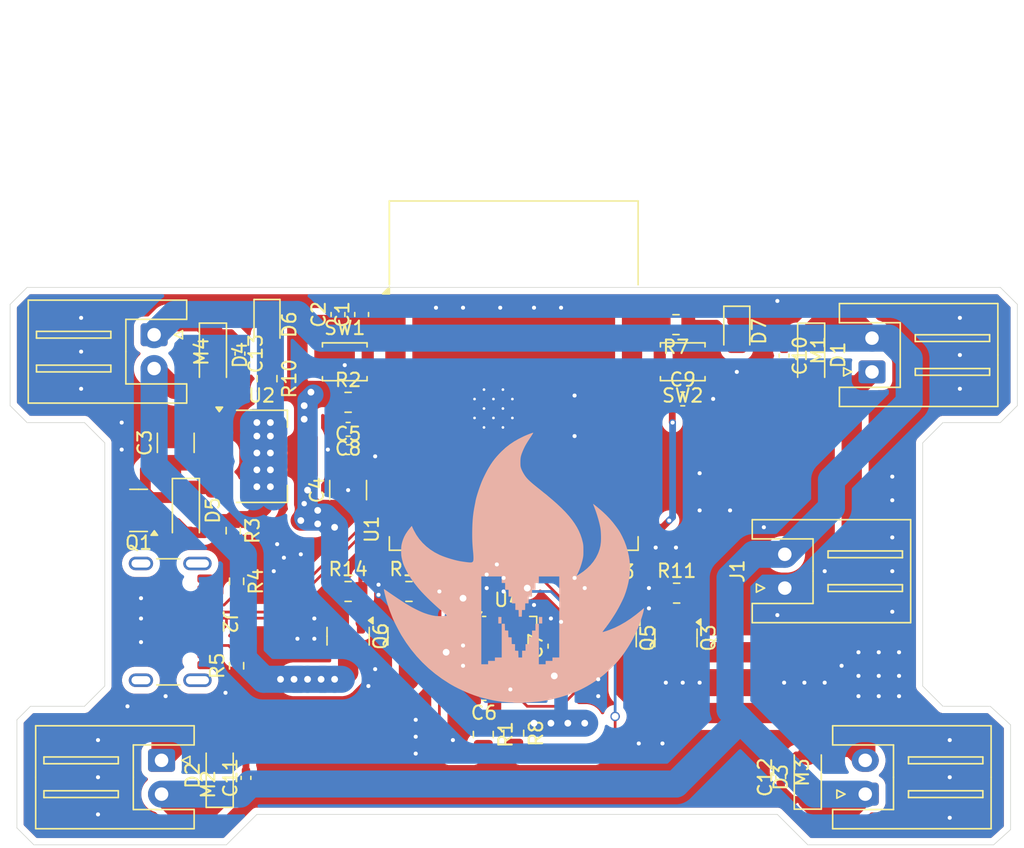
<source format=kicad_pcb>
(kicad_pcb (version 20240108) (generator "pcbnew") (generator_version "8.0")
  (title_block (title "\"Saucey\" Drone Flight Controller") (date "2024-07-07") (rev "1.0") (company "Al Mahir Ahmed"))
  (layers (0 "F.Cu" signal) (31 "B.Cu" signal) (34 "B.Paste" user) (35 "F.Paste" user) (36 "B.SilkS" user "B.Silkscreen") (37 "F.SilkS" user "F.Silkscreen") (38 "B.Mask" user) (39 "F.Mask" user) (44 "Edge.Cuts" user))
  (net 0 "")
  (net 1 "+9V")
  (net 2 "+3.3V")
  (net 3 "ENABLE")
  (net 4 "IO0")
  (net 5 "Net-(D2-A)")
  (net 6 "Net-(D3-A)")
  (net 7 "Net-(D4-A)")
  (net 8 "Net-(D7-A)")
  (net 9 "D+")
  (net 10 "D-")
  (net 11 "Vin")
  (net 12 "Net-(J2-CC1)")
  (net 13 "Net-(J2-CC2)")
  (net 15 "M1")
  (net 16 "M3")
  (net 17 "M2")
  (net 18 "M4")
  (net 20 "TX_ESP")
  (net 32 "RX_ESP")
  (net 45 "SCL")
  (net 46 "INT")
  (net 51 "FSYNC")
  (net 52 "SDA")
  (net 53 "LED1")
  (net 54 "Net-(D1-A)")
  (net 55 "Net-(D6-A)")
  (net 56 "CLKIN")
  (net 70 "VBUS")
  (net 71 "GND")
  (footprint "Resistor_SMD:R_0603_1608Metric" (layer "F.Cu") (at 127.25 61.25 -90)
    (property "Reference" "R3")
    (property "Value" "100k")
  )
  (footprint "Connector_JST:JST_XH_S2B-XH-A_1x02_P2.50mm_Horizontal" (layer "F.Cu") (at 121.95 78.25 -90)
    (property "Reference" "M2")
    (property "Value" "Motor_DC")
  )
  (footprint "Capacitor_SMD:C_0402_1005Metric" (layer "F.Cu") (at 167.75 79.5 90)
    (property "Reference" "C12")
    (property "Value" "1u")
  )
  (footprint "RF_Module:ESP32-S3-WROOM-1" (layer "F.Cu") (at 148 49.75)
    (property "Reference" "U1")
    (property "Value" "ESP32-S3-WROOM-1")
  )
  (footprint "Capacitor_SMD:C_0402_1005Metric" (layer "F.Cu") (at 128.194544 79.544544 90)
    (property "Reference" "C11")
    (property "Value" "1u")
  )
  (footprint "Capacitor_SMD:C_0402_1005Metric" (layer "F.Cu") (at 127.75 48.15 -90)
    (property "Reference" "C13")
    (property "Value" "1u")
  )
  (footprint "Diode_SMD:D_SOD-123" (layer "F.Cu") (at 126.25 79.367767 90)
    (property "Reference" "D2")
    (property "Value" "1N4148W")
  )
  (footprint "Capacitor_SMD:C_0603_1608Metric" (layer "F.Cu") (at 135.75 53.75 180)
    (property "Reference" "C8")
    (property "Value" "0.1u")
  )
  (footprint "Button_Switch_SMD:SW_SPST_B3U-1000P" (layer "F.Cu") (at 160.5 48.75 180)
    (property "Reference" "SW2")
    (property "Value" "SW_Push")
  )
  (footprint "Connector_JST:JST_XH_S2B-XH-A_1x02_P2.50mm_Horizontal" (layer "F.Cu") (at 168.05 65.5 90)
    (property "Reference" "J1")
    (property "Value" "Conn_01x02_Socket")
  )
  (footprint "Connector_JST:JST_XH_S2B-XH-A_1x02_P2.50mm_Horizontal" (layer "F.Cu") (at 121.4 46.75 -90)
    (property "Reference" "M4")
    (property "Value" "Motor_DC")
  )
  (footprint "Package_TO_SOT_SMD:SOT-23" (layer "F.Cu") (at 160 69.1875 -90)
    (property "Reference" "Q3")
    (property "Value" "SI2306")
  )
  (footprint "Capacitor_SMD:C_1210_3225Metric" (layer "F.Cu") (at 135.75 58.25 90)
    (property "Reference" "C4")
    (property "Value" "22u")
  )
  (footprint "Diode_SMD:D_SOD-123" (layer "F.Cu") (at 125.75 48.25 -90)
    (property "Reference" "D4")
    (property "Value" "1N4148W")
  )
  (footprint "Resistor_SMD:R_0603_1608Metric" (layer "F.Cu") (at 127.5 71.25 90)
    (property "Reference" "R5")
    (property "Value" "5.7k")
  )
  (footprint "Resistor_SMD:R_0603_1608Metric" (layer "F.Cu") (at 127.5 65 -90)
    (property "Reference" "R4")
    (property "Value" "5.7k")
  )
  (footprint "Package_TO_SOT_SMD:SOT-23" (layer "F.Cu") (at 140.25 69.062499 -90)
    (property "Reference" "Q4")
    (property "Value" "SI2306")
  )
  (footprint "Diode_SMD:D_SOD-123" (layer "F.Cu") (at 170 48.25 -90)
    (property "Reference" "D1")
    (property "Value" "1N4148W")
  )
  (footprint "LED_SMD:LED_0805_2012Metric_Pad1.15x1.40mm_HandSolder" (layer "F.Cu") (at 164.5 46.5 -90)
    (property "Reference" "D7")
    (property "Value" "LED")
  )
  (footprint "Button_Switch_SMD:SW_SPST_B3U-1000P" (layer "F.Cu") (at 135.5 48.75)
    (property "Reference" "SW1")
    (property "Value" "SW_Push")
  )
  (footprint "LED_SMD:LED_0805_2012Metric_Pad1.15x1.40mm_HandSolder" (layer "F.Cu") (at 129.75 46 -90)
    (property "Reference" "D6")
    (property "Value" "LED")
  )
  (footprint "Capacitor_SMD:C_0603_1608Metric" (layer "F.Cu") (at 136.75 45.25 90)
    (property "Reference" "C1")
    (property "Value" "10u")
  )
  (footprint "Diode_SMD:D_SOD-123" (layer "F.Cu") (at 123.75 59.75 -90)
    (property "Reference" "D5")
    (property "Value" "1N4148W")
  )
  (footprint "Capacitor_SMD:C_0603_1608Metric" (layer "F.Cu") (at 160.5 51.5)
    (property "Reference" "C9")
    (property "Value" "0.1u")
  )
  (footprint "Capacitor_SMD:C_0402_1005Metric" (layer "F.Cu") (at 168 48.300331 -90)
    (property "Reference" "C10")
    (property "Value" "1u")
  )
  (footprint "Package_TO_SOT_SMD:SOT-23" (layer "F.Cu") (at 155.5 69.1875 -90)
    (property "Reference" "Q5")
    (property "Value" "SI2306")
  )
  (footprint "Resistor_SMD:R_0805_2012Metric" (layer "F.Cu") (at 135.75 65.75)
    (property "Reference" "R14")
    (property "Value" "10k")
  )
  (footprint "Resistor_SMD:R_0805_2012Metric" (layer "F.Cu") (at 145.75 76.3375 -90)
    (property "Reference" "R1")
    (property "Value" "2.2k")
  )
  (footprint "Resistor_SMD:R_0805_2012Metric" (layer "F.Cu") (at 160.05 65.875001)
    (property "Reference" "R11")
    (property "Value" "10k")
  )
  (footprint "Capacitor_SMD:C_1210_3225Metric" (layer "F.Cu") (at 123 54.75 90)
    (property "Reference" "C3")
    (property "Value" "22u")
  )
  (footprint "Resistor_SMD:R_0805_2012Metric" (layer "F.Cu") (at 140.25 65.75)
    (property "Reference" "R12")
    (property "Value" "10k")
  )
  (footprint "Diode_SMD:D_SOD-123" (layer "F.Cu") (at 169.75 79.5 90)
    (property "Reference" "D3")
    (property "Value" "1N4148W")
  )
  (footprint "Resistor_SMD:R_0805_2012Metric" (layer "F.Cu") (at 160 46 180)
    (property "Reference" "R7")
    (property "Value" "10k")
  )
  (footprint "Package_TO_SOT_SMD:SOT-223-3_TabPin2" (layer "F.Cu") (at 129.35 55.75)
    (property "Reference" "U2")
    (property "Value" "AMS1117-3.3")
  )
  (footprint "Resistor_SMD:R_0805_2012Metric" (layer "F.Cu") (at 129.75 50 -90)
    (property "Reference" "R10")
    (property "Value" "10k")
  )
  (footprint "Resistor_SMD:R_0805_2012Metric" (layer "F.Cu") (at 148 76.25 -90)
    (property "Reference" "R8")
    (property "Value" "2.2k")
  )
  (footprint "Capacitor_SMD:C_0603_1608Metric" (layer "F.Cu") (at 135 45.25 90)
    (property "Reference" "C2")
    (property "Value" "0.1u")
  )
  (footprint "Connector_USB:USB_C_Receptacle_GCT_USB4105-xx-A_16P_TopMnt_Horizontal" (layer "F.Cu") (at 121.5 68 -90)
    (property "Reference" "J2")
    (property "Value" "USB_C_Receptacle_USB2.0_16P")
  )
  (footprint "Resistor_SMD:R_0805_2012Metric" (layer "F.Cu") (at 155.5 65.9375)
    (property "Reference" "R13")
    (property "Value" "10k")
  )
  (footprint "Connector_JST:JST_XH_S2B-XH-A_1x02_P2.50mm_Horizontal" (layer "F.Cu") (at 174.5 49.5 90)
    (property "Reference" "M1")
    (property "Value" "Motor_DC")
  )
  (footprint "Capacitor_SMD:C_0402_1005Metric" (layer "F.Cu") (at 135.75 55.25)
    (property "Reference" "C5")
    (property "Value" "1u")
  )
  (footprint "Capacitor_SMD:C_0603_1608Metric" (layer "F.Cu") (at 145.8 73.3 180)
    (property "Reference" "C6")
    (property "Value" "10u")
  )
  (footprint "Capacitor_SMD:C_0603_1608Metric" (layer "F.Cu") (at 151.05 69.8 90)
    (property "Reference" "C7")
    (property "Value" "0.1u")
  )
  (footprint "Connector_JST:JST_XH_S2B-XH-A_1x02_P2.50mm_Horizontal" (layer "F.Cu") (at 174 80.75 90)
    (property "Reference" "M3")
    (property "Value" "Motor_DC")
  )
  (footprint "Sensor_Motion:InvenSense_QFN-24_4x4mm_P0.5mm" (layer "F.Cu") (at 147.55 69.75)
    (property "Reference" "U4")
    (property "Value" "MPU-6050")
  )
  (footprint "Package_TO_SOT_SMD:SOT-23" (layer "F.Cu") (at 120.25 59.75 180)
    (property "Reference" "Q1")
    (property "Value" "AO3401A")
  )
  (footprint "Package_TO_SOT_SMD:SOT-23" (layer "F.Cu") (at 135.75 69.062499 -90)
    (property "Reference" "Q6")
    (property "Value" "SI2306")
  )
  (footprint "Resistor_SMD:R_0805_2012Metric" (layer "F.Cu") (at 135.75 51.75)
    (property "Reference" "R2")
    (property "Value" "10k")
  )
  (footprint "logo:logov1_bigger" (layer "B.Cu") (at 148 64 180)
    (property "Reference" "G***" (hide yes))
    (property "Value" "LOGO" (hide yes))
  )
  (gr_line (start 184.75 75.625) (end 183.25 74.25) (stroke (width 0.05)) (layer "Edge.Cuts"))
  (gr_line (start 183.25 74.25) (end 179.75 74.25) (stroke (width 0.05)) (layer "Edge.Cuts"))
  (gr_line (start 179.75 53.25) (end 184 53.25) (stroke (width 0.05)) (layer "Edge.Cuts"))
  (gr_line (start 185.25 52) (end 184 53.25) (stroke (width 0.05)) (layer "Edge.Cuts"))
  (gr_line (start 110.75 52) (end 110.75 44.5) (stroke (width 0.05)) (layer "Edge.Cuts"))
  (gr_line (start 111.25 83.25) (end 112.5 84.5) (stroke (width 0.05)) (layer "Edge.Cuts"))
  (gr_line (start 178.25 72.75) (end 179.75 74.25) (stroke (width 0.05)) (layer "Edge.Cuts"))
  (gr_line (start 129 82.25) (end 126.75 84.5) (stroke (width 0.05)) (layer "Edge.Cuts"))
  (gr_line (start 117.75 54.75) (end 117.75 72.75) (stroke (width 0.05)) (layer "Edge.Cuts"))
  (gr_line (start 184.75 83.375) (end 183.5 84.5) (stroke (width 0.05)) (layer "Edge.Cuts"))
  (gr_line (start 112 53.25) (end 116.25 53.25) (stroke (width 0.05)) (layer "Edge.Cuts"))
  (gr_line (start 185.25 44.5) (end 185.25 52) (stroke (width 0.05)) (layer "Edge.Cuts"))
  (gr_line (start 116.25 74.25) (end 117.75 72.75) (stroke (width 0.05)) (layer "Edge.Cuts"))
  (gr_line (start 110.75 52) (end 112 53.25) (stroke (width 0.05)) (layer "Edge.Cuts"))
  (gr_line (start 167.5 82.25) (end 169.75 84.5) (stroke (width 0.05)) (layer "Edge.Cuts"))
  (gr_line (start 178.25 72.75) (end 178.25 54.75) (stroke (width 0.05)) (layer "Edge.Cuts"))
  (gr_line (start 112 43.25) (end 184 43.25) (stroke (width 0.05)) (layer "Edge.Cuts"))
  (gr_line (start 110.75 44.5) (end 112 43.25) (stroke (width 0.05)) (layer "Edge.Cuts"))
  (gr_line (start 116.25 53.25) (end 117.75 54.75) (stroke (width 0.05)) (layer "Edge.Cuts"))
  (gr_line (start 178.25 54.75) (end 179.75 53.25) (stroke (width 0.05)) (layer "Edge.Cuts"))
  (gr_line (start 111.25 75.25) (end 112.25 74.25) (stroke (width 0.05)) (layer "Edge.Cuts"))
  (gr_line (start 116.25 74.25) (end 112.25 74.25) (stroke (width 0.05)) (layer "Edge.Cuts"))
  (gr_line (start 112.5 84.5) (end 126.75 84.5) (stroke (width 0.05)) (layer "Edge.Cuts"))
  (gr_line (start 185.25 44.5) (end 184 43.25) (stroke (width 0.05)) (layer "Edge.Cuts"))
  (gr_line (start 167.5 82.25) (end 129 82.25) (stroke (width 0.05)) (layer "Edge.Cuts"))
  (gr_line (start 184.75 75.625) (end 184.75 83.375) (stroke (width 0.05)) (layer "Edge.Cuts"))
  (gr_line (start 169.75 84.5) (end 183.5 84.5) (stroke (width 0.05)) (layer "Edge.Cuts"))
  (gr_line (start 111.25 83.25) (end 111.25 75.25) (stroke (width 0.05)) (layer "Edge.Cuts"))
  (segment (start 123.2 82) (end 121.95 80.75) (width 1.5) (layer "F.Cu") (net 1))
  (segment (start 168.85 81.15) (end 169.75 81.15) (width 0.5) (layer "F.Cu") (net 1))
  (segment (start 170.35 81.75) (end 173 81.75) (width 1.5) (layer "F.Cu") (net 1))
  (segment (start 168 47.5) (end 168.9 46.6) (width 0.5) (layer "F.Cu") (net 1))
  (segment (start 168 47.820331) (end 168 47.5) (width 0.5) (layer "F.Cu") (net 1))
  (segment (start 128.575 60.425) (end 127.25 60.425) (width 1.25) (layer "F.Cu") (net 1))
  (segment (start 126.25 81.017767) (end 125.267767 82) (width 1.5) (layer "F.Cu") (net 1))
  (segment (start 125.267767 82) (end 123.2 82) (width 1.5) (layer "F.Cu") (net 1))
  (segment (start 126.075 60.425) (end 127.25 60.425) (width 0.8) (layer "F.Cu") (net 1))
  (segment (start 129.5 59.5) (end 128.575 60.425) (width 1.25) (layer "F.Cu") (net 1))
  (segment (start 167.75 79.98) (end 167.75 80.25) (width 0.5) (layer "F.Cu") (net 1))
  (segment (start 122.4 45.75) (end 121.4 46.75) (width 1.5) (layer "F.Cu") (net 1))
  (segment (start 167.75 80.25) (end 168.75 81.25) (width 0.5) (layer "F.Cu") (net 1))
  (segment (start 129.5 58.25) (end 129.5 59.5) (width 1.25) (layer "F.Cu") (net 1))
  (segment (start 173 81.75) (end 174 80.75) (width 1.5) (layer "F.Cu") (net 1))
  (segment (start 168.9 46.6) (end 170 46.6) (width 0.5) (layer "F.Cu") (net 1))
  (segment (start 125.1 61.4) (end 126.075 60.425) (width 0.8) (layer "F.Cu") (net 1))
  (segment (start 127.75 47.25) (end 127.1 46.6) (width 0.5) (layer "F.Cu") (net 1))
  (segment (start 127.75 47.67) (end 127.75 47.25) (width 0.5) (layer "F.Cu") (net 1))
  (segment (start 173.5 46) (end 170.6 46) (width 1.5) (layer "F.Cu") (net 1))
  (segment (start 128.194544 80.024544) (end 128.194544 80.305456) (width 0.5) (layer "F.Cu") (net 1))
  (segment (start 169.75 81.15) (end 170.35 81.75) (width 1.5) (layer "F.Cu") (net 1))
  (segment (start 127.482233 81.017767) (end 126.25 81.017767) (width 0.5) (layer "F.Cu") (net 1))
  (segment (start 123.75 61.4) (end 125.1 61.4) (width 0.8) (layer "F.Cu") (net 1))
  (segment (start 129.5 53.25) (end 129.5 58.25) (width 2) (layer "F.Cu") (net 1))
  (segment (start 128.194544 80.305456) (end 127.482233 81.017767) (width 0.5) (layer "F.Cu") (net 1))
  (segment (start 174.5 47) (end 173.5 46) (width 1.5) (layer "F.Cu") (net 1))
  (segment (start 127.1 46.6) (end 125.75 46.6) (width 0.5) (layer "F.Cu") (net 1))
  (segment (start 129.05 58.05) (end 129 58) (width 1.5) (layer "F.Cu") (net 1))
  (segment (start 168.75 81.25) (end 168.85 81.15) (width 0.5) (layer "F.Cu") (net 1))
  (segment (start 129 58) (end 128.95 58.05) (width 1.5) (layer "F.Cu") (net 1))
  (segment (start 129.3 58.05) (end 129.05 58.05) (width 1.5) (layer "F.Cu") (net 1))
  (segment (start 170.6 46) (end 170 46.6) (width 1.5) (layer "F.Cu") (net 1))
  (segment (start 124.9 45.75) (end 122.4 45.75) (width 1.5) (layer "F.Cu") (net 1))
  (segment (start 123.05 60.7) (end 123.75 61.4) (width 0.8) (layer "F.Cu") (net 1))
  (segment (start 129.5 58.25) (end 129.3 58.05) (width 2) (layer "F.Cu") (net 1))
  (segment (start 125.75 46.6) (end 124.9 45.75) (width 1.5) (layer "F.Cu") (net 1))
  (segment (start 121.1875 60.7) (end 123.05 60.7) (width 0.8) (layer "F.Cu") (net 1))
  (via (at 129 58) (size 0.7) (drill 0.5) (layers "F.Cu" "B.Cu") (net 1))
  (via (at 130 58) (size 0.7) (drill 0.5) (layers "F.Cu" "B.Cu") (net 1))
  (via (at 130 54.25) (size 0.7) (drill 0.5) (layers "F.Cu" "B.Cu") (net 1))
  (via (at 129 56.75) (size 0.7) (drill 0.5) (layers "F.Cu" "B.Cu") (net 1))
  (via (at 129 53.25) (size 0.7) (drill 0.5) (layers "F.Cu" "B.Cu") (net 1))
  (via (at 130 55.5) (size 0.7) (drill 0.5) (layers "F.Cu" "B.Cu") (net 1))
  (via (at 129 55.5) (size 0.7) (drill 0.5) (layers "F.Cu" "B.Cu") (net 1))
  (via (at 129 54.25) (size 0.7) (drill 0.5) (layers "F.Cu" "B.Cu") (net 1))
  (via (at 130 56.75) (size 0.7) (drill 0.5) (layers "F.Cu" "B.Cu") (net 1))
  (via (at 130 53.25) (size 0.7) (drill 0.5) (layers "F.Cu" "B.Cu") (net 1))
  (segment (start 130.25 54) (end 130 54.25) (width 2) (layer "B.Cu") (net 1))
  (segment (start 130.25 54.75) (end 130.25 55.25) (width 2) (layer "B.Cu") (net 1))
  (segment (start 128.75 54.25) (end 128.75 55.5) (width 2) (layer "B.Cu") (net 1))
  (segment (start 128.75 53.5) (end 128.75 53.25) (width 2) (layer "B.Cu") (net 1))
  (segment (start 165.75 63) (end 164 64.75) (width 2) (layer "B.Cu") (net 1))
  (segment (start 175.75 47) (end 174.5 47) (width 2) (layer "B.Cu") (net 1))
  (segment (start 130 56.75) (end 130.25 57) (width 2) (layer "B.Cu") (net 1))
  (segment (start 128.5 80) (end 127.75 80.75) (width 2) (layer "B.Cu") (net 1))
  (segment (start 130.25 54.5) (end 130.25 54.75) (width 2) (layer "B.Cu") (net 1))
  (segment (start 130.25 53.5) (end 130 53.25) (width 2) (layer "B.Cu") (net 1))
  (segment (start 164 64.75) (end 164 74.5) (width 2) (layer "B.Cu") (net 1))
  (segment (start 127.75 80.75) (end 121.95 80.75) (width 2) (layer "B.Cu") (net 1))
  (segment (start 177.25 48.5) (end 175.75 47) (width 2) (layer "B.Cu") (net 1))
  (segment (start 133.75 47) (end 132 45.25) (width 2) (layer "B.Cu") (net 1))
  (segment (start 128.75 58) (end 128.75 58.75) (width 2) (layer "B.Cu") (net 1))
  (segment (start 170.25 80.75) (end 174 80.75) (width 2) (layer "B.Cu") (net 1))
  (segment (start 129 56.75) (end 128.75 56.75) (width 2) (layer "B.Cu") (net 1))
  (segment (start 130 53.25) (end 128.75 53.5) (width 2) (layer "B.Cu") (net 1))
  (segment (start 164.75 75.25) (end 170.25 80.75) (width 2) (layer "B.Cu") (net 1))
  (segment (start 177.25 51.75) (end 177.25 48.5) (width 2) (layer "B.Cu") (net 1))
  (segment (start 130 55.5) (end 130.25 55.75) (width 2) (layer "B.Cu") (net 1))
  (segment (start 171.5 57.5) (end 177.25 51.75) (width 2) (layer "B.Cu") (net 1))
  (segment (start 128.75 55.5) (end 129 55.5) (width 2) (layer "B.Cu") (net 1))
  (segment (start 168.05 63) (end 165.75 63) (width 2) (layer "B.Cu") (net 1))
  (segment (start 128.75 53.75) (end 129 54.25) (width 2) (layer "B.Cu") (net 1))
  (segment (start 130.25 56.5) (end 130 56.75) (width 2) (layer "B.Cu") (net 1))
  (segment (start 130 54.25) (end 130.25 54.5) (width 2) (layer "B.Cu") (net 1))
  (segment (start 130.25 55.75) (end 130.25 56.5) (width 2) (layer "B.Cu") (net 1))
  (segment (start 128.75 56.75) (end 128.75 58) (width 2) (layer "B.Cu") (net 1))
  (segment (start 130.25 53.5) (end 130.25 54) (width 2) (layer "B.Cu") (net 1))
  (segment (start 171.5 59.55) (end 171.5 57.5) (width 2) (layer "B.Cu") (net 1))
  (segment (start 130 45.5) (end 130.25 45.25) (width 2) (layer "B.Cu") (net 1))
  (segment (start 164 74.5) (end 164.75 75.25) (width 2) (layer "B.Cu") (net 1))
  (segment (start 130 54.25) (end 130 45.5) (width 2) (layer "B.Cu") (net 1))
  (segment (start 174.5 47) (end 133.75 47) (width 2) (layer "B.Cu") (net 1))
  (segment (start 122.9 45.25) (end 121.4 46.75) (width 2) (layer "B.Cu") (net 1))
  (segment (start 130.25 57) (end 130.25 57.75) (width 2) (layer "B.Cu") (net 1))
  (segment (start 130.25 55.25) (end 130 55.5) (width 2) (layer "B.Cu") (net 1))
  (segment (start 160 80) (end 128.5 80) (width 2) (layer "B.Cu") (net 1))
  (segment (start 168.05 63) (end 171.5 59.55) (width 2) (layer "B.Cu") (net 1))
  (segment (start 128.75 53.25) (end 129 53.25) (width 2) (layer "B.Cu") (net 1))
  (segment (start 130.25 45.25) (end 122.9 45.25) (width 2) (layer "B.Cu") (net 1))
  (segment (start 129 55.5) (end 129 56.75) (width 2) (layer "B.Cu") (net 1))
  (segment (start 130 58) (end 130.25 58.25) (width 2) (layer "B.Cu") (net 1))
  (segment (start 132 45.25) (end 130.25 45.25) (width 2) (layer "B.Cu") (net 1))
  (segment (start 130.25 58.25) (end 130.25 58.75) (width 2) (layer "B.Cu") (net 1))
  (segment (start 129 54.25) (end 128.75 54.25) (width 2) (layer "B.Cu") (net 1))
  (segment (start 164.75 75.25) (end 160 80) (width 2) (layer "B.Cu") (net 1))
  (segment (start 129 53.25) (end 128.75 53.75) (width 2) (layer "B.Cu") (net 1))
  (segment (start 130.25 57.75) (end 130 58) (width 2) (layer "B.Cu") (net 1))
  (segment (start 132.25 60.5) (end 133.25 60.5) (width 1.5) (layer "F.Cu") (net 2))
  (segment (start 146.8 73.075) (end 146.575 73.3) (width 0.2) (layer "F.Cu") (net 2))
  (segment (start 134 50.9125) (end 134.8375 51.75) (width 1.5) (layer "F.Cu") (net 2))
  (segment (start 137.015 45.76) (end 136.75 46.025) (width 0.8) (layer "F.Cu") (net 2))
  (segment (start 146.8 71.7) (end 146.8 73.075) (width 0.2) (layer "F.Cu") (net 2))
  (segment (start 134.024999 59.725001) (end 135.75 59.725001) (width 1.5) (layer "F.Cu") (net 2))
  (segment (start 133.0875 50.9125) (end 134 50.9125) (width 1.5) (layer "F.Cu") (net 2))
  (segment (start 139.25 45.76) (end 137.015 45.76) (width 0.8) (layer "F.Cu") (net 2))
  (segment (start 132 46) (end 132.025 46.025) (width 1.5) (layer "F.Cu") (net 2))
  (segment (start 132.5 50.9125) (end 132.9125 50.9125) (width 1.5) (layer "F.Cu") (net 2))
  (segment (start 132 50.4125) (end 132 46) (width 1.5) (layer "F.Cu") (net 2))
  (segment (start 132.5 53) (end 132.5 55.75) (width 1.5) (layer "F.Cu") (net 2))
  (segment (start 133.25 60.5) (end 134.024999 59.725001) (width 1.5) (layer "F.Cu") (net 2))
  (segment (start 132.5 50.9125) (end 132.5 52) (width 1.5) (layer "F.Cu") (net 2))
  (segment (start 150.625 71) (end 151.05 70.575) (width 0.2) (layer "F.Cu") (net 2))
  (segment (start 146.75 75.3375) (end 146.575 75.1625) (width 1.5) (layer "F.Cu") (net 2))
  (segment (start 151 70.625) (end 151.05 70.575) (width 1) (layer "F.Cu") (net 2))
  (segment (start 132.5 50.9125) (end 132 50.4125) (width 1.5) (layer "F.Cu") (net 2))
  (segment (start 129.75 50.9125) (end 132.5 50.9125) (width 1.5) (layer "F.Cu") (net 2))
  (segment (start 145.6625 75.3375) (end 146.75 75.3375) (width 1.5) (layer "F.Cu") (net 2))
  (segment (start 132.9125 50.9125) (end 133 51) (width 1.5) (layer "F.Cu") (net 2))
  (segment (start 132.5 59.25) (end 132.5 55.75) (width 1.5) (layer "F.Cu") (net 2))
  (segment (start 146.575 75.1625) (end 146.575 73.3) (width 1) (layer "F.Cu") (net 2))
  (segment (start 132.5 52) (end 132.5 53) (width 1.5) (layer "F.Cu") (net 2))
  (segment (start 132.025 46.025) (end 136.75 46.025) (width 1.5) (layer "F.Cu") (net 2))
  (segment (start 151 72) (end 151 70.625) (width 1) (layer "F.Cu") (net 2))
  (segment (start 133 51) (end 133.0875 50.9125) (width 1.5) (layer "F.Cu") (net 2))
  (segment (start 146.75 75.3375) (end 153.3375 75.3375) (width 1.5) (layer "F.Cu") (net 2))
  (segment (start 149.5 71) (end 150.625 71) (width 0.2) (layer "F.Cu") (net 2))
  (via (at 151 72) (size 0.7) (drill 0.5) (layers "F.Cu" "B.Cu") (net 2))
  (via (at 152 75.5) (size 0.7) (drill 0.5) (layers "F.Cu" "B.Cu") (net 2))
  (via (at 133.5 59.75) (size 0.7) (drill 0.5) (layers "F.Cu" "B.Cu") (net 2))
  (via (at 132.5 59.25) (size 0.7) (drill 0.4) (layers "F.Cu" "B.Cu") (net 2))
  (via (at 132.75 58.25) (size 0.7) (drill 0.5) (layers "F.Cu" "B.Cu") (net 2))
  (via (at 132.5 52) (size 0.7) (drill 0.5) (layers "F.Cu" "B.Cu") (net 2))
  (via (at 133 51) (size 0.7) (drill 0.5) (layers "F.Cu" "B.Cu") (net 2))
  (via (at 149.5 75.5) (size 0.7) (drill 0.5) (layers "F.Cu" "B.Cu") (net 2))
  (via (at 150.75 75.5) (size 0.7) (drill 0.5) (layers "F.Cu" "B.Cu") (net 2))
  (via (at 153.25 75.5) (size 0.7) (drill 0.5) (layers "F.Cu" "B.Cu") (net 2))
  (via (at 132.5 53) (size 0.7) (drill 0.5) (layers "F.Cu" "B.Cu") (net 2))
  (via (at 132.25 60.5) (size 0.7) (drill 0.5) (layers "F.Cu" "B.Cu") (net 2))
  (via (at 134.75 61) (size 0.7) (drill 0.5) (layers "F.Cu" "B.Cu") (net 2))
  (via (at 133.5 60.75) (size 0.7) (drill 0.5) (layers "F.Cu" "B.Cu") (net 2))
  (segment (start 151.5 72.5) (end 151 72) (width 1) (layer "B.Cu") (net 2))
  (segment (start 134 60.25) (end 132.75 60.25) (width 2) (layer "B.Cu") (net 2))
  (segment (start 151.5 72.75) (end 151.5 72.5) (width 1) (layer "B.Cu") (net 2))
  (segment (start 150.75 75.5) (end 151.5 74.75) (width 1) (layer "B.Cu") (net 2))
  (segment (start 134.75 65) (end 145.25 75.5) (width 2) (layer "B.Cu") (net 2))
  (segment (start 132.75 60.25) (end 132.75 51.61127) (width 1.5) (layer "B.Cu") (net 2))
  (segment (start 132.75 51.61127) (end 133.180635 51.180635) (width 1.5) (layer "B.Cu") (net 2))
  (segment (start 134.75 61) (end 134.75 65) (width 2) (layer "B.Cu") (net 2))
  (segment (start 151.5 74.75) (end 151.5 72.75) (width 1) (layer "B.Cu") (net 2))
  (segment (start 134.75 61) (end 134 60.25) (width 2) (layer "B.Cu") (net 2))
  (segment (start 145.25 75.5) (end 153.25 75.5) (width 2) (layer "B.Cu") (net 2))
  (segment (start 136.75 51.75) (end 137.75 50.75) (width 0.5) (layer "F.Cu") (net 3))
  (segment (start 137.75 50.75) (end 137.75 49.299999) (width 0.5) (layer "F.Cu") (net 3))
  (segment (start 136.525 53.75) (end 137.25 53.025) (width 0.5) (layer "F.Cu") (net 3))
  (segment (start 137 54.75) (end 137 54.225) (width 0.5) (layer "F.Cu") (net 3))
  (segment (start 138.27 47.03) (end 139.25 47.03) (width 0.5) (layer "F.Cu") (net 3))
  (segment (start 137.200001 48.099999) (end 138.27 47.03) (width 0.5) (layer "F.Cu") (net 3))
  (segment (start 137.200001 48.75) (end 137.200001 48.099999) (width 0.5) (layer "F.Cu") (net 3))
  (segment (start 137 54.225) (end 136.525 53.75) (width 0.5) (layer "F.Cu") (net 3))
  (segment (start 137.75 49.299999) (end 137.200001 48.75) (width 0.5) (layer "F.Cu") (net 3))
  (segment (start 136.6625 51.75) (end 136.75 51.75) (width 0.5) (layer "F.Cu") (net 3))
  (segment (start 137.25 52.3375) (end 136.6625 51.75) (width 0.5) (layer "F.Cu") (net 3))
  (segment (start 136.5 55.25) (end 137 54.75) (width 0.5) (layer "F.Cu") (net 3))
  (segment (start 137.25 53.025) (end 137.25 52.3375) (width 0.5) (layer "F.Cu") (net 3))
  (segment (start 136.23 55.25) (end 136.5 55.25) (width 0.5) (layer "F.Cu") (net 3))
  (segment (start 159 61) (end 156.75 61) (width 0.5) (layer "F.Cu") (net 4))
  (segment (start 159.725 51.5) (end 159.725 53.225) (width 0.5) (layer "F.Cu") (net 4))
  (segment (start 159.725 53.225) (end 159.75 53.25) (width 0.5) (layer "F.Cu") (net 4))
  (segment (start 158.799999 48.75) (end 158.799999 50.574999) (width 0.5) (layer "F.Cu") (net 4))
  (segment (start 159.5 60.5) (end 159 61) (width 0.5) (layer "F.Cu") (net 4))
  (segment (start 158.799999 50.574999) (end 159.725 51.5) (width 0.5) (layer "F.Cu") (net 4))
  (via (at 159.5 60.5) (size 0.5) (drill 0.3) (layers "F.Cu" "B.Cu") (net 4))
  (via (at 159.75 53.25) (size 0.5) (drill 0.3) (layers "F.Cu" "B.Cu") (net 4))
  (segment (start 159.75 53.25) (end 159.75 60.25) (width 0.5) (layer "B.Cu") (net 4))
  (segment (start 159.75 60.25) (end 159.5 60.5) (width 0.5) (layer "B.Cu") (net 4))
  (segment (start 126.25 77.717767) (end 125.532233 77) (width 1.5) (layer "F.Cu") (net 5))
  (segment (start 128.194544 78.444544) (end 127.467767 77.717767) (width 0.5) (layer "F.Cu") (net 5))
  (segment (start 121.95 78.25) (end 121.95 76.8) (width 1.5) (layer "F.Cu") (net 5))
  (segment (start 123.2 77) (end 121.95 78.25) (width 1.5) (layer "F.Cu") (net 5))
  (segment (start 123.75 75) (end 137.5 75) (width 1.5) (layer "F.Cu") (net 5))
  (segment (start 137.5 75) (end 140.25 72.25) (width 1.5) (layer "F.Cu") (net 5))
  (segment (start 125.532233 77) (end 123.2 77) (width 1.5) (layer "F.Cu") (net 5))
  (segment (start 128.194544 79.064544) (end 128.194544 78.444544) (width 0.5) (layer "F.Cu") (net 5))
  (segment (start 121.95 76.8) (end 123.75 75) (width 1.5) (layer "F.Cu") (net 5))
  (segment (start 140.25 72.25) (end 140.25 70) (width 1.5) (layer "F.Cu") (net 5))
  (segment (start 127.467767 77.717767) (end 126.25 77.717767) (width 0.5) (layer "F.Cu") (net 5))
  (segment (start 167.75 79.02) (end 167.75 79) (width 0.5) (layer "F.Cu") (net 6))
  (segment (start 174 76.25) (end 172.5 74.75) (width 1.5) (layer "F.Cu") (net 6))
  (segment (start 158 74.75) (end 156.25 73) (width 1.5) (layer "F.Cu") (net 6))
  (segment (start 156.25 73) (end 156.25 70.875001) (width 1.5) (layer "F.Cu") (net 6))
  (segment (start 167.75 79) (end 168.9 77.85) (width 0.5) (layer "F.Cu") (net 6))
  (segment (start 172.5 74.75) (end 158 74.75) (width 1.5) (layer "F.Cu") (net 6))
  (segment (start 170.35 77.25) (end 173 77.25) (width 1.5) (layer "F.Cu") (net 6))
  (segment (start 156.25 70.875001) (end 155.5 70.125001) (width 1.5) (layer "F.Cu") (net 6))
  (segment (start 168.9 77.85) (end 169.75 77.85) (width 0.5) (layer "F.Cu") (net 6))
  (segment (start 169.75 77.85) (end 170.35 77.25) (width 1.5) (layer "F.Cu") (net 6))
  (segment (start 173 77.25) (end 174 78.25) (width 1.5) (layer "F.Cu") (net 6))
  (segment (start 174 78.25) (end 174 76.25) (width 1.5) (layer "F.Cu") (net 6))
  (segment (start 124.9 50.75) (end 122.9 50.75) (width 1.5) (layer "F.Cu") (net 7))
  (segment (start 135.25 72.25) (end 135.75 71.75) (width 1.5) (layer "F.Cu") (net 7))
  (segment (start 127.35 49.9) (end 125.75 49.9) (width 0.5) (layer "F.Cu") (net 7))
  (segment (start 125.75 49.9) (end 124.9 50.75) (width 1.5) (layer "F.Cu") (net 7))
  (segment (start 127.75 48.63) (end 127.75 49.5) (width 0.5) (layer "F.Cu") (net 7))
  (segment (start 135.75 71.75) (end 135.75 70) (width 1.5) (layer "F.Cu") (net 7))
  (segment (start 131.75 72.25) (end 135.25 72.25) (width 1.5) (layer "F.Cu") (net 7))
  (segment (start 122.9 50.75) (end 121.4 49.25) (width 1.5) (layer "F.Cu") (net 7))
  (segment (start 127.75 49.5) (end 127.35 49.9) (width 0.5) (layer "F.Cu") (net 7))
  (via (at 130.75 72.25) (size 0.7) (drill 0.5) (layers "F.Cu" "B.Cu") (net 7))
  (via (at 131.75 72.25) (size 0.7) (drill 0.5) (layers "F.Cu" "B.Cu") (net 7))
  (via (at 134.75 72.25) (size 0.7) (drill 0.5) (layers "F.Cu" "B.Cu") (net 7))
  (via (at 133.75 72.25) (size 0.7) (drill 0.5) (layers "F.Cu" "B.Cu") (net 7))
  (via (at 132.75 72.25) (size 0.7) (drill 0.5) (layers "F.Cu" "B.Cu") (net 7))
  (segment (start 132.75 72.25) (end 133.75 72.25) (width 2) (layer "B.Cu") (net 7))
  (segment (start 133.75 72.25) (end 134 72.25) (width 2) (layer "B.Cu") (net 7))
  (segment (start 121.4 49.25) (end 121.4 56.450837) (width 2) (layer "B.Cu") (net 7))
  (segment (start 131.75 72.25) (end 132 72.25) (width 2) (layer "B.Cu") (net 7))
  (segment (start 134 72.25) (end 134.75 72.25) (width 2) (layer "B.Cu") (net 7))
  (segment (start 130.75 72.25) (end 131.75 72.25) (width 2) (layer "B.Cu") (net 7))
  (segment (start 128.25 71) (end 129.5 72.25) (width 2) (layer "B.Cu") (net 7))
  (segment (start 128 69.5) (end 128 70.75) (width 2) (layer "B.Cu") (net 7))
  (segment (start 128 70.75) (end 128.25 71) (width 2) (layer "B.Cu") (net 7))
  (segment (start 128 63.050837) (end 128 69.5) (width 2) (layer "B.Cu") (net 7))
  (segment (start 129.5 72.25) (end 130.75 72.25) (width 2) (layer "B.Cu") (net 7))
  (segment (start 121.4 56.450837) (end 128 63.050837) (width 2) (layer "B.Cu") (net 7))
  (segment (start 134.75 72.25) (end 135.25 72.25) (width 2) (layer "B.Cu") (net 7))
  (segment (start 132 72.25) (end 132.25 72.25) (width 2) (layer "B.Cu") (net 7))
  (segment (start 132.25 72.25) (end 132.75 72.25) (width 2) (layer "B.Cu") (net 7))
  (segment (start 160.9125 46) (end 162.975001 46) (width 0.7) (layer "F.Cu") (net 8))
  (segment (start 162.975001 46) (end 164.5 47.524999) (width 0.7) (layer "F.Cu") (net 8))
  (segment (start 127 67.725) (end 130.5932 67.725) (width 0.2) (layer "F.Cu") (net 9))
  (segment (start 126.042501 67.75) (end 126.067501 67.725) (width 0.2) (layer "F.Cu") (net 9))
  (segment (start 126.067501 67.725) (end 127 67.725) (width 0.2) (layer "F.Cu") (net 9))
  (segment (start 130.5932 67.725) (end 137.7282 60.59) (width 0.2) (layer "F.Cu") (net 9))
  (segment (start 125.18 67.75) (end 126.042501 67.75) (width 0.2) (layer "F.Cu") (net 9))
  (segment (start 126.75 68.25) (end 126.75 67.725) (width 0.2) (layer "F.Cu") (net 9))
  (segment (start 138.54 60.59) (end 138.95 61) (width 0.2) (layer "F.Cu") (net 9))
  (segment (start 138.95 61) (end 139.25 61) (width 0.2) (layer "F.Cu") (net 9))
  (segment (start 137.7282 60.59) (end 138.54 60.59) (width 0.2) (layer "F.Cu") (net 9))
  (segment (start 125.18 68.75) (end 126.25 68.75) (width 0.2) (layer "F.Cu") (net 9))
  (segment (start 126.25 68.75) (end 126.75 68.25) (width 0.2) (layer "F.Cu") (net 9))
  (segment (start 125.18 68.25) (end 124.286295 68.25) (width 0.2) (layer "F.Cu") (net 10))
  (segment (start 137.081799 60.600001) (end 137.084744 60.600001) (width 0.2) (layer "F.Cu") (net 10))
  (segment (start 124 67.963705) (end 124 67.5) (width 0.2) (layer "F.Cu") (net 10))
  (segment (start 137.544745 60.14) (end 138.54 60.14) (width 0.2) (layer "F.Cu") (net 10))
  (segment (start 124.286295 68.25) (end 124 67.963705) (width 0.2) (layer "F.Cu") (net 10))
  (segment (start 138.95 59.73) (end 139.25 59.73) (width 0.2) (layer "F.Cu") (net 10))
  (segment (start 126.042501 67.25) (end 126.067501 67.275) (width 0.2) (layer "F.Cu") (net 10))
  (segment (start 138.54 60.14) (end 138.95 59.73) (width 0.2) (layer "F.Cu") (net 10))
  (segment (start 125.18 67.25) (end 126.042501 67.25) (width 0.2) (layer "F.Cu") (net 10))
  (segment (start 130.4068 67.275) (end 137.081799 60.600001) (width 0.2) (layer "F.Cu") (net 10))
  (segment (start 126.067501 67.275) (end 130.4068 67.275) (width 0.2) (layer "F.Cu") (net 10))
  (segment (start 137.084744 60.600001) (end 137.544745 60.14) (width 0.2) (layer "F.Cu") (net 10))
  (segment (start 124.25 67.25) (end 125.18 67.25) (width 0.2) (layer "F.Cu") (net 10))
  (segment (start 124 67.5) (end 124.25 67.25) (width 0.2) (layer "F.Cu") (net 10))
  (segment (start 123 56.225001) (end 121.274999 56.225001) (width 0.8) (layer "F.Cu") (net 11))
  (segment (start 121.274999 56.225001) (end 120.75 56.75) (width 0.8) (layer "F.Cu") (net 11))
  (segment (start 120.75 56.75) (end 120.75 58.3625) (width 0.8) (layer "F.Cu") (net 11))
  (segment (start 121.1875 58.8) (end 123.05 58.8) (width 0.8) (layer "F.Cu") (net 11))
  (segment (start 123 57.35) (end 123.75 58.1) (width 0.8) (layer "F.Cu") (net 11))
  (segment (start 126.2 58.05) (end 123.8 58.05) (width 1) (layer "F.Cu") (net 11))
  (segment (start 123.8 58.05) (end 123.75 58.1) (width 1) (layer "F.Cu") (net 11))
  (segment (start 123 56.225001) (end 123 57.35) (width 0.8) (layer "F.Cu") (net 11))
  (segment (start 120.75 58.3625) (end 121.1875 58.8) (width 0.8) (layer "F.Cu") (net 11))
  (segment (start 123.05 58.8) (end 123.75 58.1) (width 0.8) (layer "F.Cu") (net 11))
  (segment (start 125.179999 66.75) (end 126.575 66.75) (width 0.2) (layer "F.Cu") (net 12))
  (segment (start 126.575 66.75) (end 127.5 65.825) (width 0.2) (layer "F.Cu") (net 12))
  (segment (start 126.9125 69.75) (end 127.5 70.3375) (width 0.2) (layer "F.Cu") (net 13))
  (segment (start 125.18 69.75) (end 126.9125 69.75) (width 0.2) (layer "F.Cu") (net 13))
  (segment (start 143 64) (end 141.75 64) (width 0.3) (layer "F.Cu") (net 15))
  (segment (start 141.1625 65.75) (end 141.1625 68.087499) (width 0.7) (layer "F.Cu") (net 15))
  (segment (start 143.555 62.25) (end 143.555 63.445) (width 0.3) (layer "F.Cu") (net 15))
  (segment (start 141.1625 68.087499) (end 141.2 68.124999) (width 0.7) (layer "F.Cu") (net 15))
  (segment (start 141.75 64) (end 141.1625 64.5875) (width 0.3) (layer "F.Cu") (net 15))
  (segment (start 141.1625 64.5875) (end 141.1625 65.75) (width 0.3) (layer "F.Cu") (net 15))
  (segment (start 143.555 63.445) (end 143 64) (width 0.3) (layer "F.Cu") (net 15))
  (segment (start 152.445 63.3) (end 153.395 64.25) (width 0.3) (layer "F.Cu") (net 16))
  (segment (start 155.5 64.25) (end 156.4125 65.1625) (width 0.3) (layer "F.Cu") (net 16))
  (segment (start 156.4125 65.9375) (end 156.4125 68.2125) (width 0.7) (layer "F.Cu") (net 16))
  (segment (start 153.395 64.25) (end 155.5 64.25) (width 0.3) (layer "F.Cu") (net 16))
  (segment (start 152.445 62.25) (end 152.445 63.3) (width 0.3) (layer "F.Cu") (net 16))
  (segment (start 156.4125 65.1625) (end 156.4125 65.9375) (width 0.3) (layer "F.Cu") (net 16))
  (segment (start 156.4125 68.2125) (end 156.45 68.25) (width 0.7) (layer "F.Cu") (net 16))
  (segment (start 136.6625 68.087499) (end 136.7 68.124999) (width 0.7) (layer "F.Cu") (net 17))
  (segment (start 137.25 64) (end 136.6625 64.5875) (width 0.3) (layer "F.Cu") (net 17))
  (segment (start 136.6625 65.75) (end 136.6625 68.087499) (width 0.7) (layer "F.Cu") (net 17))
  (segment (start 141.015 62.25) (end 141.015 63.485) (width 0.3) (layer "F.Cu") (net 17))
  (segment (start 140.5 64) (end 137.25 64) (width 0.3) (layer "F.Cu") (net 17))
  (segment (start 141.015 63.485) (end 140.5 64) (width 0.3) (layer "F.Cu") (net 17))
  (segment (start 136.6625 64.5875) (end 136.6625 65.75) (width 0.3) (layer "F.Cu") (net 17))
  (segment (start 160.9625 68.2375) (end 160.95 68.25) (width 0.7) (layer "F.Cu") (net 18))
  (segment (start 160.9625 65.875001) (end 160.9625 68.2375) (width 0.7) (layer "F.Cu") (net 18))
  (segment (start 154.165 63.75) (end 159.75 63.75) (width 0.3) (layer "F.Cu") (net 18))
  (segment (start 160.9625 64.9625) (end 160.9625 65.875001) (width 0.3) (layer "F.Cu") (net 18))
  (segment (start 159.75 63.75) (end 160.9625 64.9625) (width 0.3) (layer "F.Cu") (net 18))
  (segment (start 153.715 62.25) (end 153.715 63.3) (width 0.3) (layer "F.Cu") (net 18))
  (segment (start 153.715 63.3) (end 154.165 63.75) (width 0.3) (layer "F.Cu") (net 18))
  (segment (start 146.8 67.8) (end 146.8 67.34259) (width 0.2) (layer "F.Cu") (net 45))
  (segment (start 148.25 64.5) (end 147.875 64.125) (width 0.2) (layer "F.Cu") (net 45))
  (segment (start 149 65.5) (end 149 65.25) (width 0.2) (layer "F.Cu") (net 45))
  (segment (start 155.5 76.5) (end 154 78) (width 0.2) (layer "F.Cu") (net 45))
  (segment (start 147.365 63.615) (end 147.365 62.25) (width 0.2) (layer "F.Cu") (net 45))
  (segment (start 149 65.25) (end 147.875 64.125) (width 0.2) (layer "F.Cu") (net 45))
  (segment (start 146.8 67.34259) (end 147.14259 67) (width 0.2) (layer "F.Cu") (net 45))
  (segment (start 148.5 78) (end 148 77.5) (width 0.2) (layer "F.Cu") (net 45))
  (segment (start 147.14259 67) (end 147.175 67) (width 0.2) (layer "F.Cu") (net 45))
  (segment (start 148.25 65.925) (end 148.25 64.5) (width 0.2) (layer "F.Cu") (net 45))
  (segment (start 147.175 67) (end 148.25 65.925) (width 0.2) (layer "F.Cu") (net 45))
  (segment (start 154 78) (end 148.5 78) (width 0.2) (layer "F.Cu") (net 45))
  (segment (start 155.5 75) (end 155.5 76.5) (width 0.2) (layer "F.Cu") (net 45))
  (segment (start 147.875 64.125) (end 147.365 63.615) (width 0.2) (layer "F.Cu") (net 45))
  (segment (start 148 77.5) (end 148 77.1625) (width 0.2) (layer "F.Cu") (net 45))
  (via (at 155.5 75) (size 0.7) (drill 0.5) (layers "F.Cu" "B.Cu") (net 45))
  (via (at 149 65.5) (size 0.7) (drill 0.5) (layers "F.Cu" "B.Cu") (net 45))
  (segment (start 155.5 70.5) (end 155.5 75) (width 0.2) (layer "B.Cu") (net 45))
  (segment (start 150.75 65.75) (end 155.5 70.5) (width 0.2) (layer "B.Cu") (net 45))
  (segment (start 149.25 65.75) (end 150.75 65.75) (width 0.2) (layer "B.Cu") (net 45))
  (segment (start 149 65.5) (end 149.25 65.75) (width 0.2) (layer "B.Cu") (net 45))
  (segment (start 149.5 73.25) (end 151.5 73.25) (width 0.2) (layer "F.Cu") (net 46))
  (segment (start 148.635 63.385) (end 148.635 62.25) (width 0.2) (layer "F.Cu") (net 46))
  (segment (start 151.5 73.25) (end 152.25 72.5) (width 0.2) (layer "F.Cu") (net 46))
  (segment (start 152.25 72.5) (end 152.25 67) (width 0.2) (layer "F.Cu") (net 46))
  (segment (start 148.8 72.55) (end 149.5 73.25) (width 0.2) (layer "F.Cu") (net 46))
  (segment (start 152.25 67) (end 148.635 63.385) (width 0.2) (layer "F.Cu") (net 46))
  (segment (start 148.8 71.7) (end 148.8 72.55) (width 0.2) (layer "F.Cu") (net 46))
  (segment (start 151.5 74.25) (end 153 72.75) (width 0.2) (layer "F.Cu") (net 51))
  (segment (start 149 74.25) (end 151.5 74.25) (width 0.2) (layer "F.Cu") (net 51))
  (segment (start 148.3 73.55) (end 149 74.25) (width 0.2) (layer "F.Cu") (net 51))
  (segment (start 153 66.25) (end 149.905 63.155) (width 0.2) (layer "F.Cu") (net 51))
  (segment (start 149.905 63.155) (end 149.905 62.25) (width 0.2) (layer "F.Cu") (net 51))
  (segment (start 148.3 71.7) (end 148.3 73.55) (width 0.2) (layer "F.Cu") (net 51))
  (segment (start 153 72.75) (end 153 66.25) (width 0.2) (layer "F.Cu") (net 51))
  (segment (start 143 70.25) (end 143 72.75) (width 0.2) (layer "F.Cu") (net 52))
  (segment (start 144.5 66) (end 144.25 66.25) (width 0.2) (layer "F.Cu") (net 52))
  (segment (start 145 64.5) (end 146.095 63.405) (width 0.2) (layer "F.Cu") (net 52))
  (segment (start 142.5 77.25) (end 143.25 78) (width 0.2) (layer "F.Cu") (net 52))
  (segment (start 146.3 67.3) (end 145 66) (width 0.2) (layer "F.Cu") (net 52))
  (segment (start 146.3 67.8) (end 146.3 67.3) (width 0.2) (layer "F.Cu") (net 52))
  (segment (start 143 72.75) (end 142.5 73.25) (width 0.2) (layer "F.Cu") (net 52))
  (segment (start 145 78) (end 145.75 77.25) (width 0.2) (layer "F.Cu") (net 52))
  (segment (start 146.095 63.405) (end 146.095 62.25) (width 0.2) (layer "F.Cu") (net 52))
  (segment (start 142.5 73.25) (end 142.5 77.25) (width 0.2) (layer "F.Cu") (net 52))
  (segment (start 143.25 78) (end 145 78) (width 0.2) (layer "F.Cu") (net 52))
  (segment (start 145 66) (end 145 64.5) (width 0.2) (layer "F.Cu") (net 52))
  (segment (start 145 66) (end 144.5 66) (width 0.2) (layer "F.Cu") (net 52))
  (via (at 144.25 66.25) (size 0.7) (drill 0.5) (layers "F.Cu" "B.Cu") (net 52))
  (via (at 143 70.25) (size 0.7) (drill 0.5) (layers "F.Cu" "B.Cu") (net 52))
  (segment (start 143 67.5) (end 143 70.25) (width 0.2) (layer "B.Cu") (net 52))
  (segment (start 144.25 66.25) (end 143 67.5) (width 0.2) (layer "B.Cu") (net 52))
  (segment (start 156.75 45.76) (end 158.8475 45.76) (width 0.7) (layer "F.Cu") (net 53))
  (segment (start 158.8475 45.76) (end 159.0875 46) (width 0.7) (layer "F.Cu") (net 53))
  (segment (start 173 51) (end 173 66.25) (width 1.5) (layer "F.Cu") (net 54))
  (segment (start 160.124999 70.25) (end 160 70.125001) (width 1.5) (layer "F.Cu") (net 54))
  (segment (start 173.5 50.5) (end 174.5 49.5) (width 1.5) (layer "F.Cu") (net 54))
  (segment (start 174.5 49.5) (end 173 51) (width 1.5) (layer "F.Cu") (net 54))
  (segment (start 168.775 49.9) (end 170 49.9) (width 0.5) (layer "F.Cu") (net 54))
  (segment (start 170 49.9) (end 170.6 50.5) (width 1.5) (layer "F.Cu") (net 54))
  (segment (start 170.6 50.5) (end 173.5 50.5) (width 1.5) (layer "F.Cu") (net 54))
  (segment (start 169 70.25) (end 160.124999 70.25) (width 1.5) (layer "F.Cu") (net 54))
  (segment (start 173 66.25) (end 169 70.25) (width 1.5) (layer "F.Cu") (net 54))
  (segment (start 168 48.780331) (end 168 49.125) (width 0.5) (layer "F.Cu") (net 54))
  (segment (start 168 49.125) (end 168.775 49.9) (width 0.5) (layer "F.Cu") (net 54))
  (segment (start 129.75 49.0875) (end 129.75 47.024999) (width 1.25) (layer "F.Cu") (net 55))
  (segment (start 144.825 63.675) (end 144.825 62.25) (width 0.2) (layer "F.Cu") (net 56))
  (segment (start 144.25 68.5) (end 143.25 67.5) (width 0.2) (layer "F.Cu") (net 56))
  (segment (start 143.25 65.25) (end 144.825 63.675) (width 0.2) (layer "F.Cu") (net 56))
  (segment (start 145.6 68.5) (end 144.25 68.5) (width 0.2) (layer "F.Cu") (net 56))
  (segment (start 143.25 67.5) (end 143.25 65.25) (width 0.2) (layer "F.Cu") (net 56))
  (segment (start 123 66.25) (end 124.07259 66.25) (width 0.7) (layer "F.Cu") (net 70))
  (segment (start 122.25 62.25) (end 122 62) (width 0.5) (layer "F.Cu") (net 70))
  (segment (start 122.75 66.5) (end 122.5 66.25) (width 0.8) (layer "F.Cu") (net 70))
  (segment (start 123.25 69.75) (end 123.990305 69.75) (width 0.7) (layer "F.Cu") (net 70))
  (segment (start 125.210305 65.6) (end 124.975305 65.835) (width 0.2) (layer "F.Cu") (net 70))
  (segment (start 119.312499 61.062499) (end 119.312499 59.75) (width 0.5) (layer "F.Cu") (net 70))
  (segment (start 124.640305 70.4) (end 125.18 70.4) (width 0.2) (layer "F.Cu") (net 70))
  (segment (start 124.72259 65.6) (end 125.18 65.6) (width 0.2) (layer "F.Cu") (net 70))
  (segment (start 122.75 68.75) (end 122.75 66.5) (width 0.8) (layer "F.Cu") (net 70))
  (segment (start 123 66.75) (end 122.75 66.5) (width 0.8) (layer "F.Cu") (net 70))
  (segment (start 122.75 69.25) (end 123.25 69.75) (width 0.7) (layer "F.Cu") (net 70))
  (segment (start 122.5 66.25) (end 122.5 62.5) (width 0.8) (layer "F.Cu") (net 70))
  (segment (start 124.07259 66.25) (end 124.72259 65.6) (width 0.2) (layer "F.Cu") (net 70))
  (segment (start 122.75 66.5) (end 123 66.25) (width 0.8) (layer "F.Cu") (net 70))
  (segment (start 120.25 62) (end 119.312499 61.062499) (width 0.5) (layer "F.Cu") (net 70))
  (segment (start 123.990305 69.75) (end 124.640305 70.4) (width 0.2) (layer "F.Cu") (net 70))
  (segment (start 122.5 62.5) (end 122.25 62.25) (width 0.8) (layer "F.Cu") (net 70))
  (segment (start 122 62) (end 120.25 62) (width 0.5) (layer "F.Cu") (net 70))
  (segment (start 122.75 68.75) (end 122.75 69.25) (width 0.7) (layer "F.Cu") (net 70))
  (segment (start 150 68.5) (end 150.75 67.75) (width 0.2) (layer "F.Cu") (net 71))
  (segment (start 147.75 72.990076) (end 147.75 73) (width 0.2) (layer "F.Cu") (net 71))
  (segment (start 149.5 68.5) (end 150 68.5) (width 0.2) (layer "F.Cu") (net 71))
  (segment (start 149.5 68.5) (end 150.525 68.5) (width 0.2) (layer "F.Cu") (net 71))
  (segment (start 147.3 72.540076) (end 147.75 72.990076) (width 0.2) (layer "F.Cu") (net 71))
  (segment (start 150.525 68.5) (end 151.05 69.025) (width 0.2) (layer "F.Cu") (net 71))
  (segment (start 162.200001 48.75) (end 162.200001 50.574999) (width 0.5) (layer "F.Cu") (net 71))
  (segment (start 147.3 71.7) (end 147.3 72.540076) (width 0.2) (layer "F.Cu") (net 71))
  (segment (start 162.200001 50.574999) (end 161.275 51.5) (width 0.5) (layer "F.Cu") (net 71))
  (via (at 169.5 72.5) (size 0.5) (drill 0.3) (layers "F.Cu" "B.Cu") (net 71))
  (via (at 154.25 73.5) (size 0.5) (drill 0.3) (layers "F.Cu" "B.Cu") (net 71))
  (via (at 153.25 65.5) (size 0.5) (drill 0.3) (layers "F.Cu" "B.Cu") (net 71))
  (via (at 161.75 57) (size 0.5) (drill 0.3) (layers "F.Cu" "B.Cu") (net 71))
  (via (at 120.43 66.25) (size 0.5) (drill 0.3) (layers "F.Cu" "B.Cu") (net 71))
  (via (at 140.75 75.25) (size 0.5) (drill 0.3) (layers "F.Cu" "B.Cu") (net 71))
  (via (at 137.75 71.5) (size 0.5) (drill 0.3) (layers "F.Cu" "B.Cu") (net 71))
  (via (at 119 53.25) (size 0.5) (drill 0.3) (layers "F.Cu" "B.Cu") (net 71))
  (via (at 120.43 69.5) (size 0.5) (drill 0.3) (layers "F.Cu" "B.Cu") (net 71))
  (via (at 172.25 71.25) (size 0.6) (drill 0.3) (layers "F.Cu" "B.Cu") (net 71))
  (via (at 147.25 64.75) (size 0.6) (drill 0.3) (layers "F.Cu" "B.Cu") (net 71))
  (via (at 132 69.25) (size 0.5) (drill 0.3) (layers "F.Cu" "B.Cu") (net 71))
  (via (at 142.25 44.75) (size 0.5) (drill 0.3) (layers "F.Cu" "B.Cu") (net 71))
  (via (at 140.75 76.5) (size 0.5) (drill 0.3) (layers "F.Cu" "B.Cu") (net 71))
  (via (at 167.5 67.5) (size 0.5) (drill 0.3) (layers "F.Cu" "B.Cu") (net 71))
  (via (at 133.25 69.25) (size 0.5) (drill 0.3) (layers "F.Cu" "B.Cu") (net 71))
  (via (at 146 64.5) (size 0.6) (drill 0.3) (layers "F.Cu" "B.Cu") (net 71))
  (via (at 176 61.75) (size 0.5) (drill 0.3) (layers "F.Cu" "B.Cu") (net 71))
  (via (at 161.75 72.5) (size 0.5) (drill 0.3) (layers "F.Cu" "B.Cu") (net 71))
  (via (at 144.25 71.25) (size 0.5) (drill 0.3) (layers "F.Cu" "B.Cu") (net 71))
  (via (at 143.5 76.75) (size 0.6) (drill 0.3) (layers "F.Cu" "B.Cu") (net 71))
  (via (at 137.75 55.75) (size 0.5) (drill 0.3) (layers "F.Cu" "B.Cu") (net 71))
  (via (at 117.25 82.25) (size 0.5) (drill 0.3) (layers "F.Cu" "B.Cu") (net 71))
  (via (at 176 59) (size 0.5) (drill 0.3) (layers "F.Cu" "B.Cu") (net 71))
  (via (at 119 55.25) (size 0.5) (drill 0.3) (layers "F.Cu" "B.Cu") (net 71))
  (via (at 175 73.5) (size 0.5) (drill 0.3) (layers "F.Cu" "B.Cu") (net 71))
  (via (at 166.5 61) (size 0.5) (drill 0.3) (layers "F.Cu" "B.Cu") (net 71))
  (via (at 116 48) (size 0.5) (drill 0.3) (layers "F.Cu" "B.Cu") (net 71))
  (via (at 132.25 63) (size 0.6) (drill 0.3) (layers "F.Cu" "B.Cu") (net 71))
  (via (at 164 59.75) (size 0.5) (drill 0.3) (layers "F.Cu" "B.Cu") (net 71))
  (via (at 176 57.25) (size 0.5) (drill 0.3) (layers "F.Cu" "B.Cu") (net 71))
  (via (at 120.43 67.75) (size 0.5) (drill 0.3) (layers "F.Cu" "B.Cu") (net 71))
  (via (at 144.25 44.75) (size 0.5) (drill 0.3) (layers "F.Cu" "B.Cu") (net 71))
  (via (at 130.25 64.25) (size 0.6) (drill 0.3) (layers "F.Cu" "B.Cu") (net 71))
  (via (at 149.5 66.75) (size 0.5) (drill 0.3) (layers "F.Cu" "B.Cu") (net 71))
  (via (at 131 63.25) (size 0.6) (drill 0.3) (layers "F.Cu" "B.Cu") (net 71))
  (via (at 176.5 70.25) (size 0.5) (drill 0.3) (layers "F.Cu" "B.Cu") (net 71))
  (via (at 160 62.5) (size 0.6) (drill 0.3) (layers "F.Cu" "B.Cu") (net 71))
  (via (at 162.75 51.5) (size 0.5) (drill 0.3) (layers "F.Cu" "B.Cu") (net 71))
  (via (at 175 70.25) (size 0.5) (drill 0.3) (layers "F.Cu" "B.Cu") (net 71))
  (via (at 167.5 44.25) (size 0.5) (drill 0.3) (layers "F.Cu" "B.Cu") (net 71))
  (via (at 130.5 62.25) (size 0.6) (drill 0.3) (layers "F.Cu" "B.Cu") (net 71))
  (via (at 157.25 77) (size 0.5) (drill 0.3) (layers "F.Cu" "B.Cu") (net 71))
  (via (at 122.25 73.5) (size 0.5) (drill 0.3) (layers "F.Cu" "B.Cu") (net 71))
  (via (at 171 64.25) (size 0.5) (drill 0.3) (layers "F.Cu" "B.Cu") (net 71))
  (via (at 152.5 51.25) (size 0.5) (drill 0.3) (layers "F.Cu" "B.Cu") (net 71))
  (via (at 173.5 73.5) (size 0.5) (drill 0.3) (layers "F.Cu" "B.Cu") (net 71))
  (via (at 176.5 73.5) (size 0.5) (drill 0.3) (layers "F.Cu" "B.Cu") (net 71))
  (via (at 144.25 69.75) (size 0.5) (drill 0.3) (layers "F.Cu" "B.Cu") (net 71))
  (via (at 176.5 72) (size 0.5) (drill 0.3) (layers "F.Cu" "B.Cu") (net 71))
  (via (at 152.5 64.75) (size 0.5) (drill 0.3) (layers "F.Cu" "B.Cu") (net 71))
  (via (at 134.25 55.25) (size 0.5) (drill 0.3) (layers "F.Cu" "B.Cu") (net 71))
  (via (at 116 50.75) (size 0.5) (drill 0.3) (layers "F.Cu" "B.Cu") (net 71))
  (via (at 181 45.5) (size 0.5) (drill 0.3) (layers "F.Cu" "B.Cu") (net 71))
  (via (at 126.68 73.25) (size 0.5) (drill 0.3) (layers "F.Cu" "B.Cu") (net 71))
  (via (at 117.25 79.5) (size 0.5) (drill 0.3) (layers "F.Cu" "B.Cu") (net 71))
  (via (at 168 72.5) (size 0.5) (drill 0.3) (layers "F.Cu" "B.Cu") (net 71))
  (via (at 173.5 72) (size 0.5) (drill 0.3) (layers "F.Cu" "B.Cu") (net 71))
  (via (at 119.43 74.25) (size 0.5) (drill 0.3) (layers "F.Cu" "B.Cu") (net 71))
  (via (at 159 77) (size 0.5) (drill 0.3) (layers "F.Cu" "B.Cu") (net 71))
  (via (at 158.5 62.5) (size 0.6) (drill 0.3) (layers "F.Cu" "B.Cu") (net 71))
  (via (at 180.25 76.75) (size 0.5) (drill 0.3) (layers "F.Cu" "B.Cu") (net 71))
  (via (at 135.75 58.25) (size 0.5) (drill 0.3) (layers "F.Cu" "B.Cu") (net 71))
  (via (at 180.25 79.5) (size 0.5) (drill 0.3) (layers "F.Cu" "B.Cu") (net 71))
  (via (at 146 65.5) (size 0.6) (drill 0.3) (layers "F.Cu" "B.Cu") (net 71))
  (via (at 181 50.75) (size 0.5) (drill 0.3) (layers "F.Cu" "B.Cu") (net 71))
  (via (at 175 72) (size 0.5) (drill 0.3) (layers "F.Cu" "B.Cu") (net 71))
  (via (at 140.75 77.75) (size 0.5) (drill 0.3) (layers "F.Cu" "B.Cu") (net 71))
  (via (at 164.5 49.5) (size 0.5) (drill 0.3) (layers "F.Cu" "B.Cu") (net 71))
  (via (at 180.25 82.5) (size 0.5) (drill 0.3) (layers "F.Cu" "B.Cu") (net 71))
  (via (at 147.75 73) (size 0.5) (drill 0.3) (layers "F.Cu" "B.Cu") (net 71))
  (via (at 159.25 72.5) (size 0.5) (drill 0.3) (layers "F.Cu" "B.Cu") (net 71))
  (via (at 138 65.25) (size 0.5) (drill 0.3) (layers "F.Cu" "B.Cu") (net 71))
  (via (at 181 48.25) (size 0.5) (drill 0.3) (layers "F.Cu" "B.Cu") (net 71))
  (via (at 176 64.25) (size 0.5) (drill 0.3) (layers "F.Cu" "B.Cu") (net 71))
  (via (at 161.75 59.75) (size 0.5) (drill 0.3) (layers "F.Cu" "B.Cu") (net 71))
  (via (at 151.5 44.75) (size 0.5) (drill 0.3) (layers "F.Cu" "B.Cu") (net 71))
  (via (at 135.5 49) (size 0.5) (drill 0.3) (layers "F.Cu" "B.Cu") (net 71))
  (via (at 117.25 76.75) (size 0.5) (drill 0.3) (layers "F.Cu" "B.Cu") (net 71))
  (via (at 158 65.5) (size 0.5) (drill 0.3) (layers "F.Cu" "B.Cu") (net 71))
  (via (at 150.75 67.75) (size 0.5) (drill 0.3) (layers "F.Cu" "B.Cu") (net 71))
  (via (at 176 67.25) (size 0.5) (drill 0.3) (layers "F.Cu" "B.Cu") (net 71))
  (via (at 146.75 63.75) (size 0.6) (drill 0.3) (layers "F.Cu" "B.Cu") (net 71))
  (via (at 152.5 54.25) (size 0.5) (drill 0.3) (layers "F.Cu" "B.Cu") (net 71))
  (via (at 147.25 65.75) (size 0.6) (drill 0.3) (layers "F.Cu" "B.Cu") (net 71))
  (via (at 133.25 67.75) (size 0.5) (drill 0.3) (layers "F.Cu" "B.Cu") (net 71))
  (via (at 160.5 72.5) (size 0.5) (drill 0.3) (layers "F.Cu" "B.Cu") (net 71))
  (via (at 137.25 72.75) (size 0.5) (drill 0.3) (layers "F.Cu" "B.Cu") (net 71))
  (via (at 149.5 44.75) (size 0.5) (drill 0.3) (layers "F.Cu" "B.Cu") (net 71))
  (via (at 154.25 72.25) (size 0.5) (drill 0.3) (layers "F.Cu" "B.Cu") (net 71))
  (via (at 171 72.5) (size 0.5) (drill 0.3) (layers "F.Cu" "B.Cu") (net 71))
  (via (at 158 67) (size 0.5) (drill 0.3) (layers "F.Cu" "B.Cu") (net 71))
  (via (at 142.5 65.75) (size 0.6) (drill 0.3) (layers "F.Cu" "B.Cu") (net 71))
  (via (at 173.5 70.25) (size 0.5) (drill 0.3) (layers "F.Cu" "B.Cu") (net 71))
  (via (at 138 66) (size 0.5) (drill 0.3) (layers "F.Cu" "B.Cu") (net 71))
  (via (at 116 45.5) (size 0.5) (drill 0.3) (layers "F.Cu" "B.Cu") (net 71))
  (via (at 151.5 68) (size 0.5) (drill 0.3) (layers "F.Cu" "B.Cu") (net 71))
  (via (at 147 44.75) (size 0.5) (drill 0.3) (layers "F.Cu" "B.Cu") (net 71))
  (segment (start 118.75 55.5) (end 119 55.25) (width 0.2) (layer "B.Cu") (net 71))
  (segment (start 118.75 64.57) (end 118.75 55.5) (width 0.2) (layer "B.Cu") (net 71))
  (segment (start 120.43 66.25) (end 118.75 64.57) (width 0.2) (layer "B.Cu") (net 71))
  (zone (net 2) (net_name "+3.3V") (layer "F.Cu") (priority 1) (connect_pads yes (clearance 0.5)) (min_thickness 0.25) (fill yes (thermal_gap 0.5) (thermal_bridge_width 0.5))
    (polygon (pts (xy 133.75 58.25) (xy 137.5 58.25) (xy 137.5 61.25) (xy 133.75 61.25)))
  )
  (zone (net 2) (net_name "+3.3V") (layer "F.Cu") (connect_pads yes (clearance 0.5)) (min_thickness 0.25) (fill yes (thermal_gap 0.5) (thermal_bridge_width 0.5))
    (polygon (pts (xy 140.25 45.25) (xy 140.25 46.25) (xy 138 46.25) (xy 138 46.75) (xy 132.75 46.75) (xy 132.75 50.5) (xy 135.75 50.5) (xy 135.75 52.75) (xy 133.75 52.75) (xy 133.75 61.25) (xy 131.25 61.25) (xy 131.25 51.75) (xy 128.5 51.75) (xy 128.5 50) (xy 131.25 50) (xy 131.25 45.25) (xy 138.75 45.25)))
  )
  (zone (net 71) (net_name "GND") (layers "F&B.Cu") (priority 4) (connect_pads yes (clearance 0.5)) (min_thickness 0.25) (fill yes (thermal_gap 0.5) (thermal_bridge_width 0.5))
    (polygon (pts (xy 110 43) (xy 185.25 43) (xy 185.25 84.75) (xy 110.25 84.75)))
  )
)
</source>
